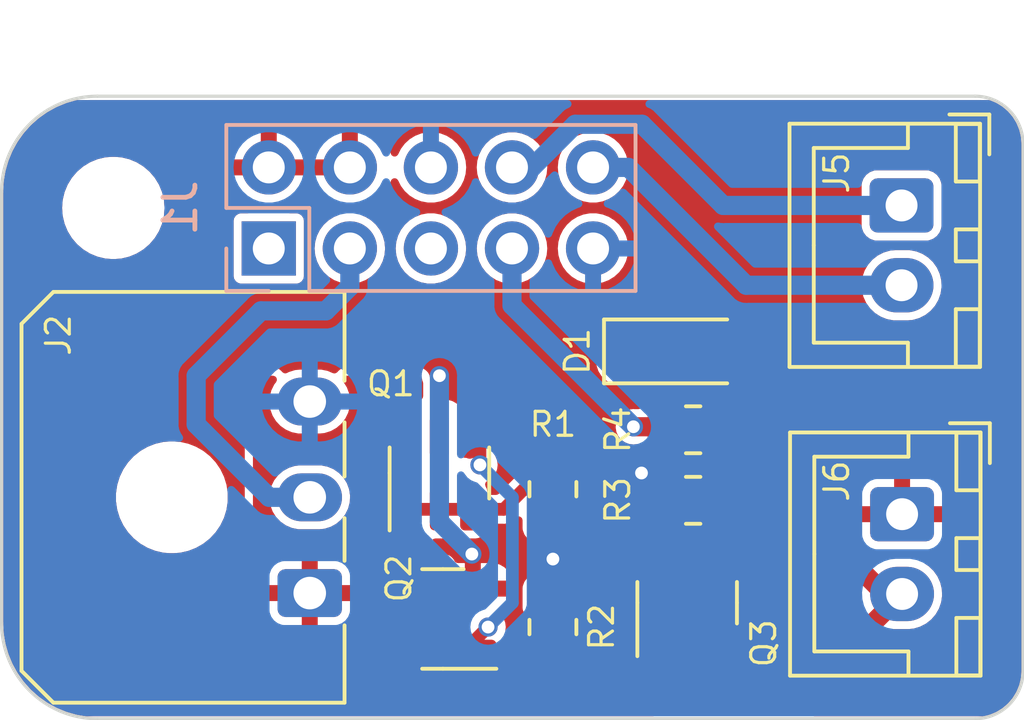
<source format=kicad_pcb>
(kicad_pcb (version 20221018) (generator pcbnew)
  (title_block (date "15 nov 2012"))
  (layers (0 "F.Cu" signal) (31 "B.Cu" signal) (34 "B.Paste" user) (35 "F.Paste" user) (36 "B.SilkS" user "B.Silkscreen") (37 "F.SilkS" user "F.Silkscreen") (38 "B.Mask" user) (39 "F.Mask" user) (44 "Edge.Cuts" user))
  (net 0 "")
  (net 1 "GND")
  (net 2 "+5V")
  (net 3 "+3V3")
  (net 4 "GPIO2{slash}SDA1")
  (net 5 "GPIO3{slash}SCL1")
  (net 6 "GPIO4{slash}GPCLK0")
  (net 7 "GPIO14{slash}TXD0")
  (net 8 "GPIO15{slash}RXD0")
  (net 9 "5V_IN")
  (net 10 "Net-(Q1A-B)")
  (net 11 "Net-(Q1B-C)")
  (net 12 "Net-(D1-A)")
  (net 13 "Net-(Q3-G)")
  (footprint "Package_TO_SOT_SMD:SOT-23" (layer "F.Cu") (at 113.8255 60.376 180)
    (fp_text reference "Q2" (at 1.3795 1.27 270) (layer "F.SilkS") (effects (font (size 0.75 0.75) (thickness 0.1))))
    (fp_text value "IRLML6401" hide)
    (fp_line (start 0 -1.56) (end -1.675 -1.56) (stroke (width 0.12)) (layer "F.SilkS"))
    (fp_line (start 0 -1.56) (end 0.65 -1.56) (stroke (width 0.12)) (layer "F.SilkS"))
    (fp_line (start 0 1.56) (end -0.65 1.56) (stroke (width 0.12)) (layer "F.SilkS"))
    (fp_line (start 0 1.56) (end 0.65 1.56) (stroke (width 0.12)) (layer "F.SilkS"))
    (pad "1" smd roundrect (at -0.9375 -0.95 180) (size 1.475 0.6) (layers "F.Cu" "F.Paste" "F.Mask") (net 11 "Net-(Q1B-C)"))
    (pad "2" smd roundrect (at -0.9375 0.95 180) (size 1.475 0.6) (layers "F.Cu" "F.Paste" "F.Mask") (net 2 "+5V"))
    (pad "3" smd roundrect (at 0.9375 0 180) (size 1.475 0.6) (layers "F.Cu" "F.Paste" "F.Mask") (net 9 "5V_IN"))
  )
  (footprint "Diode_SMD:D_SOD-123F" (layer "F.Cu") (at 121.082 51.994)
    (fp_text reference "D1" (at -3.048 0 90) (layer "F.SilkS") (effects (font (size 0.75 0.75) (thickness 0.1))))
    (fp_text value "1N4007" hide)
    (fp_line (start -2.21 -1) (end -2.21 1) (stroke (width 0.12)) (layer "F.SilkS"))
    (fp_line (start -2.21 -1) (end 1.65 -1) (stroke (width 0.12)) (layer "F.SilkS"))
    (fp_line (start -2.21 1) (end 1.65 1) (stroke (width 0.12)) (layer "F.SilkS"))
    (pad "1" smd roundrect (at -1.4 0) (size 1.1 1.1) (layers "F.Cu" "F.Paste" "F.Mask") (roundrect_rratio 0.2272727273) (net 2 "+5V"))
    (pad "2" smd roundrect (at 1.4 0) (size 1.1 1.1) (layers "F.Cu" "F.Paste" "F.Mask") (roundrect_rratio 0.2272727273) (net 12 "Net-(D1-A)"))
  )
  (footprint "MountingHole:MountingHole_2.7mm_M2.5" (layer "F.Cu") (at 103.5 47.5)
    (fp_text reference "MH1" hide)
    (fp_text value "MountingHole_2.7mm_M2.5" hide)
    (pad "" np_thru_hole circle locked (at 0 0) (size 2.7 2.7) (drill 2.7) (layers "F&B.Cu" "*.Mask") (clearance 0.25))
  )
  (footprint "Package_TO_SOT_SMD:SOT-23-6" (layer "F.Cu") (at 113.716 55.804 90)
    (fp_text reference "Q1" (at 2.794 -1.524 180) (layer "F.SilkS") (effects (font (size 0.75 0.75) (thickness 0.1))))
    (fp_text value "DMMT5401" hide)
    (fp_line (start 0 -1.56) (end -1.8 -1.56) (stroke (width 0.12)) (layer "F.SilkS"))
    (fp_line (start 0 -1.56) (end 0.8 -1.56) (stroke (width 0.12)) (layer "F.SilkS"))
    (fp_line (start 0 1.56) (end -0.8 1.56) (stroke (width 0.12)) (layer "F.SilkS"))
    (fp_line (start 0 1.56) (end 0.8 1.56) (stroke (width 0.12)) (layer "F.SilkS"))
    (pad "1" smd roundrect (at -1.1375 -0.95 90) (size 1.325 0.6) (layers "F.Cu" "F.Paste" "F.Mask") (net 10 "Net-(Q1A-B)"))
    (pad "2" smd roundrect (at -1.1375 0 90) (size 1.325 0.6) (layers "F.Cu" "F.Paste" "F.Mask") (net 10 "Net-(Q1A-B)"))
    (pad "3" smd roundrect (at -1.1375 0.95 90) (size 1.325 0.6) (layers "F.Cu" "F.Paste" "F.Mask") (net 10 "Net-(Q1A-B)"))
    (pad "4" smd roundrect (at 1.1375 0.95 90) (size 1.325 0.6) (layers "F.Cu" "F.Paste" "F.Mask") (net 11 "Net-(Q1B-C)"))
    (pad "5" smd roundrect (at 1.1375 0 90) (size 1.325 0.6) (layers "F.Cu" "F.Paste" "F.Mask") (net 2 "+5V"))
    (pad "6" smd roundrect (at 1.1375 -0.95 90) (size 1.325 0.6) (layers "F.Cu" "F.Paste" "F.Mask") (net 9 "5V_IN"))
  )
  (footprint "Resistor_SMD:R_0805_2012Metric" (layer "F.Cu") (at 121.66525 54.44925)
    (fp_text reference "R4" (at -2.36125 0 90) (layer "F.SilkS") (effects (font (size 0.75 0.75) (thickness 0.1))))
    (fp_text value "2,2k" hide)
    (fp_line (start -0.227064 -0.735) (end 0.227064 -0.735) (stroke (width 0.12)) (layer "F.SilkS"))
    (fp_line (start -0.227064 0.735) (end 0.227064 0.735) (stroke (width 0.12)) (layer "F.SilkS"))
    (pad "1" smd roundrect (at -0.9125 0) (size 1.025 1.4) (layers "F.Cu" "F.Paste" "F.Mask") (roundrect_rratio 0.243902439) (net 6 "GPIO4{slash}GPCLK0"))
    (pad "2" smd roundrect (at 0.9125 0) (size 1.025 1.4) (layers "F.Cu" "F.Paste" "F.Mask") (roundrect_rratio 0.243902439) (net 13 "Net-(Q3-G)"))
  )
  (footprint "Connector_JST:JST_XH_B2B-XH-A_1x02_P2.50mm_Vertical" (layer "F.Cu") (at 128.211 57.094 -90)
    (fp_text reference "J6" (at -1.036 2.049 90) (layer "F.SilkS") (effects (font (size 0.75 0.75) (thickness 0.1))))
    (fp_text value "Fan")
    (fp_line (start -2.85 -2.75) (end -2.85 -1.5) (stroke (width 0.12)) (layer "F.SilkS"))
    (fp_line (start -2.56 -2.46) (end -2.56 3.51) (stroke (width 0.12)) (layer "F.SilkS"))
    (fp_line (start -2.56 3.51) (end 5.06 3.51) (stroke (width 0.12)) (layer "F.SilkS"))
    (fp_line (start -2.55 -2.45) (end -2.55 -1.7) (stroke (width 0.12)) (layer "F.SilkS"))
    (fp_line (start -2.55 -1.7) (end -0.75 -1.7) (stroke (width 0.12)) (layer "F.SilkS"))
    (fp_line (start -2.55 -0.2) (end -1.8 -0.2) (stroke (width 0.12)) (layer "F.SilkS"))
    (fp_line (start -1.8 -0.2) (end -1.8 2.75) (stroke (width 0.12)) (layer "F.SilkS"))
    (fp_line (start -1.8 2.75) (end 1.25 2.75) (stroke (width 0.12)) (layer "F.SilkS"))
    (fp_line (start -1.6 -2.75) (end -2.85 -2.75) (stroke (width 0.12)) (layer "F.SilkS"))
    (fp_line (start -0.75 -2.45) (end -2.55 -2.45) (stroke (width 0.12)) (layer "F.SilkS"))
    (fp_line (start -0.75 -1.7) (end -0.75 -2.45) (stroke (width 0.12)) (layer "F.SilkS"))
    (fp_line (start 0.75 -2.45) (end 0.75 -1.7) (stroke (width 0.12)) (layer "F.SilkS"))
    (fp_line (start 0.75 -1.7) (end 1.75 -1.7) (stroke (width 0.12)) (layer "F.SilkS"))
    (fp_line (start 1.75 -2.45) (end 0.75 -2.45) (stroke (width 0.12)) (layer "F.SilkS"))
    (fp_line (start 1.75 -1.7) (end 1.75 -2.45) (stroke (width 0.12)) (layer "F.SilkS"))
    (fp_line (start 3.25 -2.45) (end 3.25 -1.7) (stroke (width 0.12)) (layer "F.SilkS"))
    (fp_line (start 3.25 -1.7) (end 5.05 -1.7) (stroke (width 0.12)) (layer "F.SilkS"))
    (fp_line (start 4.3 -0.2) (end 4.3 2.75) (stroke (width 0.12)) (layer "F.SilkS"))
    (fp_line (start 4.3 2.75) (end 1.25 2.75) (stroke (width 0.12)) (layer "F.SilkS"))
    (fp_line (start 5.05 -2.45) (end 3.25 -2.45) (stroke (width 0.12)) (layer "F.SilkS"))
    (fp_line (start 5.05 -1.7) (end 5.05 -2.45) (stroke (width 0.12)) (layer "F.SilkS"))
    (fp_line (start 5.05 -0.2) (end 4.3 -0.2) (stroke (width 0.12)) (layer "F.SilkS"))
    (fp_line (start 5.06 -2.46) (end -2.56 -2.46) (stroke (width 0.12)) (layer "F.SilkS"))
    (fp_line (start 5.06 3.51) (end 5.06 -2.46) (stroke (width 0.12)) (layer "F.SilkS"))
    (pad "1" thru_hole roundrect (at 0 0 270) (size 1.7 2) (drill 1) (layers "*.Cu" "*.Mask") (roundrect_rratio 0.1470588235) (net 2 "+5V"))
    (pad "2" thru_hole oval (at 2.5 0 270) (size 1.7 2) (drill 1) (layers "*.Cu" "*.Mask") (net 12 "Net-(D1-A)"))
  )
  (footprint "Package_TO_SOT_SMD:SOT-23" (layer "F.Cu") (at 121.47725 59.868 90)
    (fp_text reference "Q3" (at -1.27 2.39875 90) (layer "F.SilkS") (effects (font (size 0.75 0.75) (thickness 0.1))))
    (fp_text value "IRLML6344" hide)
    (fp_line (start 0 -1.56) (end -1.675 -1.56) (stroke (width 0.12)) (layer "F.SilkS"))
    (fp_line (start 0 -1.56) (end 0.65 -1.56) (stroke (width 0.12)) (layer "F.SilkS"))
    (fp_line (start 0 1.56) (end -0.65 1.56) (stroke (width 0.12)) (layer "F.SilkS"))
    (fp_line (start 0 1.56) (end 0.65 1.56) (stroke (width 0.12)) (layer "F.SilkS"))
    (pad "1" smd roundrect (at -0.9375 -0.95 90) (size 1.475 0.6) (layers "F.Cu" "F.Paste" "F.Mask") (net 13 "Net-(Q3-G)"))
    (pad "2" smd roundrect (at -0.9375 0.95 90) (size 1.475 0.6) (layers "F.Cu" "F.Paste" "F.Mask") (net 1 "GND"))
    (pad "3" smd roundrect (at 0.9375 0 90) (size 1.475 0.6) (layers "F.Cu" "F.Paste" "F.Mask") (net 12 "Net-(D1-A)"))
  )
  (footprint "Resistor_SMD:R_0805_2012Metric" (layer "F.Cu") (at 117.272 60.63 90)
    (fp_text reference "R2" (at 0 1.524 270) (layer "F.SilkS") (effects (font (size 0.75 0.75) (thickness 0.1))))
    (fp_text value "47k" hide)
    (fp_line (start -0.227064 -0.735) (end 0.227064 -0.735) (stroke (width 0.12)) (layer "F.SilkS"))
    (fp_line (start -0.227064 0.735) (end 0.227064 0.735) (stroke (width 0.12)) (layer "F.SilkS"))
    (pad "1" smd roundrect (at -0.9125 0 90) (size 1.025 1.4) (layers "F.Cu" "F.Paste" "F.Mask") (roundrect_rratio 0.243902439) (net 11 "Net-(Q1B-C)"))
    (pad "2" smd roundrect (at 0.9125 0 90) (size 1.025 1.4) (layers "F.Cu" "F.Paste" "F.Mask") (roundrect_rratio 0.243902439) (net 1 "GND"))
  )
  (footprint "Connector_Molex:Molex_Micro-Fit_3.0_43650-0300_1x03_P3.00mm_Horizontal" (layer "F.Cu") (at 109.654 59.566 90)
    (fp_text reference "J2" (at 8.08 -7.876 90) (layer "F.SilkS") (effects (font (size 0.75 0.75) (thickness 0.1))))
    (fp_text value "Power In")
    (fp_line (start -3.435 -8.03) (end -2.435 -9.03) (stroke (width 0.12)) (layer "F.SilkS"))
    (fp_line (start -3.435 1.09) (end -3.435 -8.03) (stroke (width 0.12)) (layer "F.SilkS"))
    (fp_line (start -3.435 1.09) (end -1.01 1.09) (stroke (width 0.12)) (layer "F.SilkS"))
    (fp_line (start -2.435 -9.03) (end 8.435 -9.03) (stroke (width 0.12)) (layer "F.SilkS"))
    (fp_line (start 1.01 1.09) (end 2.348233 1.09) (stroke (width 0.12)) (layer "F.SilkS"))
    (fp_line (start 3.651767 1.09) (end 5.348233 1.09) (stroke (width 0.12)) (layer "F.SilkS"))
    (fp_line (start 8.435 -9.03) (end 9.435 -8.03) (stroke (width 0.12)) (layer "F.SilkS"))
    (fp_line (start 9.435 -8.03) (end 9.435 1.09) (stroke (width 0.12)) (layer "F.SilkS"))
    (fp_line (start 9.435 1.09) (end 6.651767 1.09) (stroke (width 0.12)) (layer "F.SilkS"))
    (pad "" np_thru_hole circle (at 3 -4.32 90) (size 3 3) (drill 3) (layers "F&B.Cu" "*.Mask") (clearance 0.25))
    (pad "1" thru_hole roundrect (at 0 0 90) (size 1.5 2.02) (drill 1.02) (layers "*.Cu" "*.Mask") (roundrect_rratio 0.1666673333) (net 9 "5V_IN"))
    (pad "2" thru_hole oval (at 3 0 90) (size 1.5 2.02) (drill 1.02) (layers "*.Cu" "*.Mask") (net 4 "GPIO2{slash}SDA1"))
    (pad "3" thru_hole oval (at 6 0 90) (size 1.5 2.02) (drill 1.02) (layers "*.Cu" "*.Mask") (net 1 "GND"))
  )
  (footprint "Resistor_SMD:R_0805_2012Metric" (layer "F.Cu") (at 117.272 56.312 -90)
    (fp_text reference "R1" (at -2.032 0 180) (layer "F.SilkS") (effects (font (size 0.75 0.75) (thickness 0.1))))
    (fp_text value "10k" hide)
    (fp_line (start -0.227064 -0.735) (end 0.227064 -0.735) (stroke (width 0.12)) (layer "F.SilkS"))
    (fp_line (start -0.227064 0.735) (end 0.227064 0.735) (stroke (width 0.12)) (layer "F.SilkS"))
    (pad "1" smd roundrect (at -0.9125 0 270) (size 1.025 1.4) (layers "F.Cu" "F.Paste" "F.Mask") (roundrect_rratio 0.243902439) (net 10 "Net-(Q1A-B)"))
    (pad "2" smd roundrect (at 0.9125 0 270) (size 1.025 1.4) (layers "F.Cu" "F.Paste" "F.Mask") (roundrect_rratio 0.243902439) (net 1 "GND"))
  )
  (footprint "Resistor_SMD:R_0805_2012Metric" (layer "F.Cu") (at 121.66525 56.66 180)
    (fp_text reference "R3" (at 2.36125 0 90) (layer "F.SilkS") (effects (font (size 0.75 0.75) (thickness 0.1))))
    (fp_text value "10k" hide)
    (fp_line (start -0.227064 -0.735) (end 0.227064 -0.735) (stroke (width 0.12)) (layer "F.SilkS"))
    (fp_line (start -0.227064 0.735) (end 0.227064 0.735) (stroke (width 0.12)) (layer "F.SilkS"))
    (pad "1" smd roundrect (at -0.9125 0 180) (size 1.025 1.4) (layers "F.Cu" "F.Paste" "F.Mask") (roundrect_rratio 0.243902439) (net 13 "Net-(Q3-G)"))
    (pad "2" smd roundrect (at 0.9125 0 180) (size 1.025 1.4) (layers "F.Cu" "F.Paste" "F.Mask") (roundrect_rratio 0.243902439) (net 1 "GND"))
  )
  (footprint "Connector_JST:JST_XH_B2B-XH-A_1x02_P2.50mm_Vertical" (layer "F.Cu") (at 128.194 47.422 -90)
    (fp_text reference "J5" (at -1.016 2.032 90) (layer "F.SilkS") (effects (font (size 0.75 0.75) (thickness 0.1))))
    (fp_text value "Serial")
    (fp_line (start -2.85 -2.75) (end -2.85 -1.5) (stroke (width 0.12)) (layer "F.SilkS"))
    (fp_line (start -2.56 -2.46) (end -2.56 3.51) (stroke (width 0.12)) (layer "F.SilkS"))
    (fp_line (start -2.56 3.51) (end 5.06 3.51) (stroke (width 0.12)) (layer "F.SilkS"))
    (fp_line (start -2.55 -2.45) (end -2.55 -1.7) (stroke (width 0.12)) (layer "F.SilkS"))
    (fp_line (start -2.55 -1.7) (end -0.75 -1.7) (stroke (width 0.12)) (layer "F.SilkS"))
    (fp_line (start -2.55 -0.2) (end -1.8 -0.2) (stroke (width 0.12)) (layer "F.SilkS"))
    (fp_line (start -1.8 -0.2) (end -1.8 2.75) (stroke (width 0.12)) (layer "F.SilkS"))
    (fp_line (start -1.8 2.75) (end 1.25 2.75) (stroke (width 0.12)) (layer "F.SilkS"))
    (fp_line (start -1.6 -2.75) (end -2.85 -2.75) (stroke (width 0.12)) (layer "F.SilkS"))
    (fp_line (start -0.75 -2.45) (end -2.55 -2.45) (stroke (width 0.12)) (layer "F.SilkS"))
    (fp_line (start -0.75 -1.7) (end -0.75 -2.45) (stroke (width 0.12)) (layer "F.SilkS"))
    (fp_line (start 0.75 -2.45) (end 0.75 -1.7) (stroke (width 0.12)) (layer "F.SilkS"))
    (fp_line (start 0.75 -1.7) (end 1.75 -1.7) (stroke (width 0.12)) (layer "F.SilkS"))
    (fp_line (start 1.75 -2.45) (end 0.75 -2.45) (stroke (width 0.12)) (layer "F.SilkS"))
    (fp_line (start 1.75 -1.7) (end 1.75 -2.45) (stroke (width 0.12)) (layer "F.SilkS"))
    (fp_line (start 3.25 -2.45) (end 3.25 -1.7) (stroke (width 0.12)) (layer "F.SilkS"))
    (fp_line (start 3.25 -1.7) (end 5.05 -1.7) (stroke (width 0.12)) (layer "F.SilkS"))
    (fp_line (start 4.3 -0.2) (end 4.3 2.75) (stroke (width 0.12)) (layer "F.SilkS"))
    (fp_line (start 4.3 2.75) (end 1.25 2.75) (stroke (width 0.12)) (layer "F.SilkS"))
    (fp_line (start 5.05 -2.45) (end 3.25 -2.45) (stroke (width 0.12)) (layer "F.SilkS"))
    (fp_line (start 5.05 -1.7) (end 5.05 -2.45) (stroke (width 0.12)) (layer "F.SilkS"))
    (fp_line (start 5.05 -0.2) (end 4.3 -0.2) (stroke (width 0.12)) (layer "F.SilkS"))
    (fp_line (start 5.06 -2.46) (end -2.56 -2.46) (stroke (width 0.12)) (layer "F.SilkS"))
    (fp_line (start 5.06 3.51) (end 5.06 -2.46) (stroke (width 0.12)) (layer "F.SilkS"))
    (pad "1" thru_hole roundrect (at 0 0 270) (size 1.7 2) (drill 1) (layers "*.Cu" "*.Mask") (roundrect_rratio 0.1470588235) (net 7 "GPIO14{slash}TXD0"))
    (pad "2" thru_hole oval (at 2.5 0 270) (size 1.7 2) (drill 1) (layers "*.Cu" "*.Mask") (net 8 "GPIO15{slash}RXD0"))
  )
  (footprint "Connector_PinSocket_2.54mm:PinSocket_2x05_P2.54mm_Vertical" (layer "B.Cu") (at 108.37 48.77 -90)
    (fp_text reference "J1" (at -1.27 2.77 90) (layer "B.SilkS") (effects (justify mirror)))
    (fp_text value "GPIO")
    (fp_line (start -3.87 -11.49) (end 1.33 -11.49) (stroke (width 0.12)) (layer "B.SilkS"))
    (fp_line (start -3.87 1.33) (end -3.87 -11.49) (stroke (width 0.12)) (layer "B.SilkS"))
    (fp_line (start -3.87 1.33) (end -1.27 1.33) (stroke (width 0.12)) (layer "B.SilkS"))
    (fp_line (start -1.27 -1.27) (end 1.33 -1.27) (stroke (width 0.12)) (layer "B.SilkS"))
    (fp_line (start -1.27 1.33) (end -1.27 -1.27) (stroke (width 0.12)) (layer "B.SilkS"))
    (fp_line (start 0 1.33) (end 1.33 1.33) (stroke (width 0.12)) (layer "B.SilkS"))
    (fp_line (start 1.33 -1.27) (end 1.33 -11.49) (stroke (width 0.12)) (layer "B.SilkS"))
    (fp_line (start 1.33 1.33) (end 1.33 0) (stroke (width 0.12)) (layer "B.SilkS"))
    (pad "1" thru_hole rect locked (at 0 0 270) (size 1.7 1.7) (drill 1) (layers "*.Cu" "*.Mask") (net 3 "+3V3"))
    (pad "2" thru_hole oval locked (at -2.54 0 270) (size 1.7 1.7) (drill 1) (layers "*.Cu" "*.Mask") (net 2 "+5V"))
    (pad "3" thru_hole oval locked (at 0 -2.54 270) (size 1.7 1.7) (drill 1) (layers "*.Cu" "*.Mask") (net 4 "GPIO2{slash}SDA1"))
    (pad "4" thru_hole oval locked (at -2.54 -2.54 270) (size 1.7 1.7) (drill 1) (layers "*.Cu" "*.Mask") (net 2 "+5V"))
    (pad "5" thru_hole oval locked (at 0 -5.08 270) (size 1.7 1.7) (drill 1) (layers "*.Cu" "*.Mask") (net 5 "GPIO3{slash}SCL1"))
    (pad "6" thru_hole oval locked (at -2.54 -5.08 270) (size 1.7 1.7) (drill 1) (layers "*.Cu" "*.Mask") (net 1 "GND"))
    (pad "7" thru_hole oval locked (at 0 -7.62 270) (size 1.7 1.7) (drill 1) (layers "*.Cu" "*.Mask") (net 6 "GPIO4{slash}GPCLK0"))
    (pad "8" thru_hole oval locked (at -2.54 -7.62 270) (size 1.7 1.7) (drill 1) (layers "*.Cu" "*.Mask") (net 7 "GPIO14{slash}TXD0"))
    (pad "9" thru_hole oval locked (at 0 -10.16 270) (size 1.7 1.7) (drill 1) (layers "*.Cu" "*.Mask") (net 1 "GND"))
    (pad "10" thru_hole oval locked (at -2.54 -10.16 270) (size 1.7 1.7) (drill 1) (layers "*.Cu" "*.Mask") (net 8 "GPIO15{slash}RXD0"))
  )
  (gr_arc locked (start 103 63.5) (mid 100.878679 62.621321) (end 100 60.5) (stroke (width 0.1)) (layer "Edge.Cuts"))
  (gr_arc locked (start 130.5 44) (mid 131.560661 44.439339) (end 132 45.5) (stroke (width 0.1)) (layer "Edge.Cuts"))
  (gr_line locked (start 100 47) (end 100 60.5) (stroke (width 0.1)) (layer "Edge.Cuts"))
  (gr_arc (start 132 62) (mid 131.560661 63.060661) (end 130.5 63.5) (stroke (width 0.1)) (layer "Edge.Cuts"))
  (gr_arc locked (start 100 47) (mid 100.878679 44.878679) (end 103 44) (stroke (width 0.1)) (layer "Edge.Cuts"))
  (gr_line locked (start 103 63.5) (end 130.5 63.5) (stroke (width 0.1)) (layer "Edge.Cuts"))
  (gr_line (start 132 45.5) (end 132 62) (stroke (width 0.1)) (layer "Edge.Cuts"))
  (gr_line locked (start 130.5 44) (end 103 44) (stroke (width 0.1)) (layer "Edge.Cuts"))
  (segment (start 120.04725 55.804) (end 120.04725 55.9545) (width 0.6) (layer "F.Cu") (net 1))
  (segment (start 122.42725 58.3345) (end 122.42725 60.8055) (width 0.4) (layer "F.Cu") (net 1))
  (segment (start 117.272 58.5) (end 117.272 57.2245) (width 0.4) (layer "F.Cu") (net 1))
  (segment (start 120.04725 55.9545) (end 120.75275 56.66) (width 0.6) (layer "F.Cu") (net 1))
  (segment (start 117.272 58.5) (end 117.272 59.7175) (width 0.4) (layer "F.Cu") (net 1))
  (segment (start 122.42725 58.3345) (end 120.75275 56.66) (width 0.4) (layer "F.Cu") (net 1))
  (via (at 120.04725 55.804) (size 0.6) (drill 0.4) (layers "F.Cu" "B.Cu") (net 1))
  (via (at 117.272 58.5) (size 0.6) (drill 0.4) (layers "F.Cu" "B.Cu") (net 1))
  (via (at 114.732 58.344) (size 0.6) (drill 0.4) (layers "F.Cu" "B.Cu") (net 2))
  (via (at 113.716 52.756) (size 0.6) (drill 0.4) (layers "F.Cu" "B.Cu") (net 2))
  (segment (start 113.716 52.756) (end 113.716 57.328) (width 0.6) (layer "B.Cu") (net 2))
  (segment (start 113.716 57.328) (end 114.732 58.344) (width 0.6) (layer "B.Cu") (net 2))
  (segment (start 110.16 50.724) (end 110.91 49.974) (width 0.6) (layer "B.Cu") (net 4))
  (segment (start 110.91 49.974) (end 110.91 48.77) (width 0.6) (layer "B.Cu") (net 4))
  (segment (start 109.654 56.566) (end 108.382 56.566) (width 0.6) (layer "B.Cu") (net 4))
  (segment (start 108.382 56.566) (end 106.096 54.28) (width 0.6) (layer "B.Cu") (net 4))
  (segment (start 108.128 50.724) (end 110.16 50.724) (width 0.6) (layer "B.Cu") (net 4))
  (segment (start 106.096 52.756) (end 108.128 50.724) (width 0.6) (layer "B.Cu") (net 4))
  (segment (start 106.096 54.28) (end 106.096 52.756) (width 0.6) (layer "B.Cu") (net 4))
  (segment (start 113.45 48.77) (end 113.65537 48.77) (width 0.6) (layer "B.Cu") (net 5))
  (segment (start 120.65875 54.35525) (end 120.75275 54.44925) (width 0.6) (layer "F.Cu") (net 6))
  (segment (start 119.79325 54.35525) (end 120.65875 54.35525) (width 0.6) (layer "F.Cu") (net 6))
  (via (at 119.79325 54.35525) (size 0.6) (drill 0.4) (layers "F.Cu" "B.Cu") (net 6))
  (segment (start 115.99 50.552) (end 119.79325 54.35525) (width 0.6) (layer "B.Cu") (net 6))
  (segment (start 115.99 48.77) (end 115.99 50.552) (width 0.6) (layer "B.Cu") (net 6))
  (segment (start 122.606 47.422) (end 128.194 47.422) (width 0.6) (layer "B.Cu") (net 7))
  (segment (start 117.970811 44.88) (end 120.064 44.88) (width 0.6) (layer "B.Cu") (net 7))
  (segment (start 120.064 44.88) (end 122.606 47.422) (width 0.6) (layer "B.Cu") (net 7))
  (segment (start 116.620811 46.23) (end 117.970811 44.88) (width 0.6) (layer "B.Cu") (net 7))
  (segment (start 115.99 46.23) (end 116.620811 46.23) (width 0.6) (layer "B.Cu") (net 7))
  (segment (start 118.53 46.23) (end 119.636 46.23) (width 0.6) (layer "B.Cu") (net 8))
  (segment (start 123.328 49.922) (end 128.194 49.922) (width 0.6) (layer "B.Cu") (net 8))
  (segment (start 119.636 46.23) (end 123.328 49.922) (width 0.6) (layer "B.Cu") (net 8))
  (segment (start 115.73 56.9415) (end 117.272 55.3995) (width 0.4) (layer "F.Cu") (net 10))
  (segment (start 112.766 56.9415) (end 113.716 56.9415) (width 0.4) (layer "F.Cu") (net 10))
  (segment (start 113.716 56.9415) (end 114.666 56.9415) (width 0.4) (layer "F.Cu") (net 10))
  (segment (start 114.666 56.9415) (end 115.73 56.9415) (width 0.4) (layer "F.Cu") (net 10))
  (segment (start 114.732 54.534) (end 114.666 54.6) (width 0.4) (layer "F.Cu") (net 11))
  (segment (start 114.666 54.6665) (end 114.732 54.534) (width 0.4) (layer "F.Cu") (net 11))
  (segment (start 114.666 54.6665) (end 114.666 55.156817) (width 0.4) (layer "F.Cu") (net 11))
  (segment (start 114.697 61.392) (end 114.732 61.392) (width 0.4) (layer "F.Cu") (net 11))
  (segment (start 114.986 55.55) (end 114.986 54.9865) (width 0.4) (layer "F.Cu") (net 11))
  (segment (start 114.986 54.9865) (end 114.666 54.6665) (width 0.4) (layer "F.Cu") (net 11))
  (segment (start 114.763 61.326) (end 117.0555 61.326) (width 0.4) (layer "F.Cu") (net 11))
  (segment (start 114.763 61.107) (end 115.24 60.63) (width 0.4) (layer "F.Cu") (net 11))
  (segment (start 117.0555 61.326) (end 117.272 61.5425) (width 0.4) (layer "F.Cu") (net 11))
  (segment (start 114.763 61.326) (end 114.763 61.107) (width 0.4) (layer "F.Cu") (net 11))
  (via (at 114.986 55.55) (size 0.6) (drill 0.4) (layers "F.Cu" "B.Cu") (net 11))
  (via (at 115.24 60.63) (size 0.6) (drill 0.4) (layers "F.Cu" "B.Cu") (net 11))
  (segment (start 114.986 55.55) (end 116.002 56.566) (width 0.4) (layer "B.Cu") (net 11))
  (segment (start 116.002 59.868) (end 115.24 60.63) (width 0.4) (layer "B.Cu") (net 11))
  (segment (start 116.002 56.566) (end 116.002 59.868) (width 0.4) (layer "B.Cu") (net 11))
  (segment (start 119.72725 61.662239) (end 120.919011 62.854) (width 0.6) (layer "F.Cu") (net 12))
  (segment (start 122.482 51.994) (end 124.638 54.15) (width 0.6) (layer "F.Cu") (net 12))
  (segment (start 124.951 62.854) (end 128.211 59.594) (width 0.6) (layer "F.Cu") (net 12))
  (segment (start 127.666 59.594) (end 128.211 59.594) (width 0.6) (layer "F.Cu") (net 12))
  (segment (start 124.638 56.566) (end 127.666 59.594) (width 0.6) (layer "F.Cu") (net 12))
  (segment (start 119.72725 59.934) (end 119.72725 61.662239) (width 0.6) (layer "F.Cu") (net 12))
  (segment (start 121.47725 58.9305) (end 120.73075 58.9305) (width 0.6) (layer "F.Cu") (net 12))
  (segment (start 120.919011 62.854) (end 124.951 62.854) (width 0.6) (layer "F.Cu") (net 12))
  (segment (start 124.638 54.15) (end 124.638 56.566) (width 0.6) (layer "F.Cu") (net 12))
  (segment (start 120.73075 58.9305) (end 119.72725 59.934) (width 0.6) (layer "F.Cu") (net 12))
  (segment (start 123.60325 57.6855) (end 123.60325 61.646) (width 0.4) (layer "F.Cu") (net 13))
  (segment (start 123.09525 62.154) (end 121.31725 62.154) (width 0.4) (layer "F.Cu") (net 13))
  (segment (start 122.57775 56.66) (end 123.60325 57.6855) (width 0.4) (layer "F.Cu") (net 13))
  (segment (start 121.31725 62.154) (end 120.52725 61.364) (width 0.4) (layer "F.Cu") (net 13))
  (segment (start 123.60325 61.646) (end 123.09525 62.154) (width 0.4) (layer "F.Cu") (net 13))
  (segment (start 122.57775 54.44925) (end 122.57775 56.66) (width 0.4) (layer "F.Cu") (net 13))
  (segment (start 120.52725 61.364) (end 120.52725 60.8055) (width 0.4) (layer "F.Cu") (net 13))
  (zone (net 9) (net_name "5V_IN") (layer "F.Cu") (priority 1) (connect_pads (clearance 0.25)) (min_thickness 0.25) (fill yes (thermal_gap 0.5) (thermal_bridge_width 0.5))
    (polygon (pts (xy 107.874 52.756) (xy 113.208 52.756) (xy 113.208 58.598) (xy 113.97 58.598) (xy 113.97 61.9) (xy 107.874 61.9)))
  )
  (zone (net 2) (net_name "+5V") (layer "F.Cu") (connect_pads (clearance 0.25)) (min_thickness 0.25) (fill yes (thermal_gap 0.5) (thermal_bridge_width 0.5))
    (polygon (pts (xy 132.004 44.12) (xy 132.004 63.424) (xy 100 63.424) (xy 100 44.12)))
  )
  (zone (net 1) (net_name "GND") (layer "B.Cu") (connect_pads (clearance 0.25)) (min_thickness 0.25) (fill yes (thermal_gap 0.5) (thermal_bridge_width 0.5))
    (polygon (pts (xy 132.004 44.12) (xy 132.004 63.424) (xy 100 63.424) (xy 100 44.12)))
  )
)
</source>
